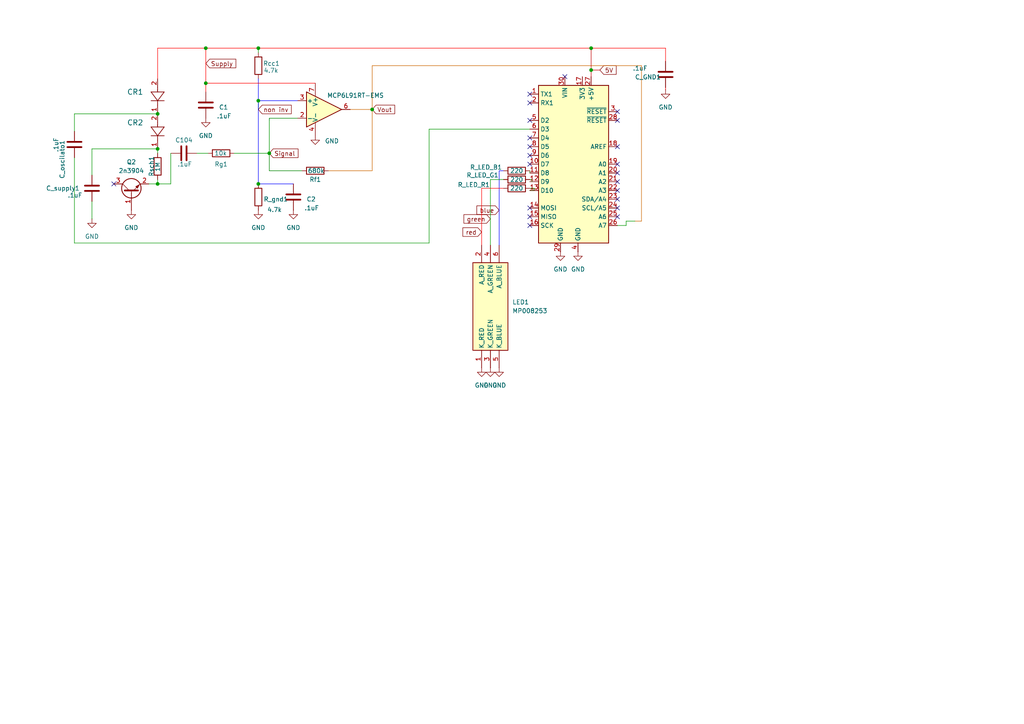
<source format=kicad_sch>
(kicad_sch (version 20231120) (generator "eeschema") (generator_version "8.0")
  (paper "A4")
  (lib_symbols
    (symbol "Amplifier_Operational:MCP6L91RT-EMS" (pin_names (offset 0.127))
      (property "Reference" "U" (at 0 6.35 0))
      (property "Value" "MCP6L91RT-EMS" (at 0 3.81 0))
      (symbol "MCP6L91RT-EMS_0_1"
        (polyline (pts (xy -5.08 5.08) (xy 5.08 0) (xy -5.08 -5.08) (xy -5.08 5.08)) (stroke (width 0.254)) (fill (type background)))
      )
      (symbol "MCP6L91RT-EMS_1_1"
        (pin no_connect line (at -2.54 2.54 270) (length 2.54) hide (name "NC") (number "1"))
        (pin input line (at -7.62 -2.54 0) (length 2.54) (name "-") (number "2"))
        (pin input line (at -7.62 2.54 0) (length 2.54) (name "+") (number "3"))
        (pin power_in line (at -2.54 -7.62 90) (length 3.81) (name "V-") (number "4"))
        (pin no_connect line (at 0 2.54 270) (length 2.54) hide (name "NC") (number "5"))
        (pin output line (at 7.62 0 180) (length 2.54) (name "~") (number "6"))
        (pin power_in line (at -2.54 7.62 270) (length 3.81) (name "V+") (number "7"))
        (pin no_connect line (at 0 -2.54 90) (length 2.54) hide (name "NC") (number "8"))
      )
    )
    (symbol "Device:C" (pin_numbers hide) (pin_names (offset 0.254))
      (property "Reference" "C" (at 0.635 2.54 0))
      (property "Value" "C" (at 0.635 -2.54 0))
      (symbol "C_0_1"
        (polyline (pts (xy -2.032 -0.762) (xy 2.032 -0.762)) (stroke (width 0.508)))
        (polyline (pts (xy -2.032 0.762) (xy 2.032 0.762)) (stroke (width 0.508)))
      )
      (symbol "C_1_1"
        (pin passive line (at 0 3.81 270) (length 2.794) (name "~") (number "1"))
        (pin passive line (at 0 -3.81 90) (length 2.794) (name "~") (number "2"))
      )
    )
    (symbol "Device:R" (pin_numbers hide) (pin_names (offset 0))
      (property "Reference" "R" (at 2.032 0 90))
      (property "Value" "R" (at 0 0 90))
      (symbol "R_0_1"
        (rectangle (start -1.016 -2.54) (end 1.016 2.54) (stroke (width 0.254)))
      )
      (symbol "R_1_1"
        (pin passive line (at 0 3.81 270) (length 1.27) (name "~") (number "1"))
        (pin passive line (at 0 -3.81 90) (length 1.27) (name "~") (number "2"))
      )
    )
    (symbol "MBRS1100T3G:MBRS1100T3G" (pin_names (offset 0.254))
      (property "Reference" "CR" (at 5.08 4.445 0))
      (property "Value" "MBRS1100T3G" (at 5.08 -3.81 0))
      (symbol "MBRS1100T3G_1_1"
        (polyline (pts (xy 2.54 0) (xy 3.4798 0)) (stroke (width 0.2032)))
        (polyline (pts (xy 3.175 0) (xy 3.81 0)) (stroke (width 0.2032)))
        (polyline (pts (xy 3.81 -1.905) (xy 6.35 0)) (stroke (width 0.2032)))
        (polyline (pts (xy 3.81 1.905) (xy 3.81 -1.905)) (stroke (width 0.2032)))
        (polyline (pts (xy 6.35 -1.905) (xy 6.35 1.905)) (stroke (width 0.2032)))
        (polyline (pts (xy 6.35 0) (xy 3.81 1.905)) (stroke (width 0.2032)))
        (polyline (pts (xy 6.35 0) (xy 7.62 0)) (stroke (width 0.2032)))
        (pin unspecified line (at 10.16 0 180) (length 2.54) (name "") (number "1"))
        (pin unspecified line (at 0 0 0) (length 2.54) (name "") (number "2"))
      )
      (symbol "MBRS1100T3G_1_2"
        (polyline (pts (xy -1.905 3.81) (xy 1.905 3.81)) (stroke (width 0.2032)))
        (polyline (pts (xy 0 2.54) (xy 0 3.4798)) (stroke (width 0.2032)))
        (polyline (pts (xy 0 3.175) (xy 0 3.81)) (stroke (width 0.2032)))
        (polyline (pts (xy 0 6.35) (xy -1.905 3.81)) (stroke (width 0.2032)))
        (polyline (pts (xy 0 6.35) (xy 0 7.62)) (stroke (width 0.2032)))
        (polyline (pts (xy 1.905 3.81) (xy 0 6.35)) (stroke (width 0.2032)))
        (polyline (pts (xy 1.905 6.35) (xy -1.905 6.35)) (stroke (width 0.2032)))
        (pin unspecified line (at 0 10.16 270) (length 2.54) (name "") (number "1"))
        (pin unspecified line (at 0 0 90) (length 2.54) (name "") (number "2"))
      )
    )
    (symbol "MCU_Module:Arduino_Nano_Every"
      (property "Reference" "A1" (at -0.3459 -27.94 0))
      (property "Value" "Arduino_Nano_Every" (at -0.3459 -25.4 0))
      (symbol "Arduino_Nano_Every_0_1"
        (rectangle (start -10.16 22.86) (end 10.16 -22.86) (stroke (width 0.254)) (fill (type background)))
      )
      (symbol "Arduino_Nano_Every_1_1"
        (pin bidirectional line (at -12.7 20.32 0) (length 2.54) (name "TX1") (number "1"))
        (pin bidirectional line (at -12.7 0 0) (length 2.54) (name "D7") (number "10"))
        (pin bidirectional line (at -12.7 -2.54 0) (length 2.54) (name "D8") (number "11"))
        (pin bidirectional line (at -12.7 -5.08 0) (length 2.54) (name "D9") (number "12"))
        (pin bidirectional line (at -12.7 -7.62 0) (length 2.54) (name "D10") (number "13"))
        (pin bidirectional line (at -12.7 -12.7 0) (length 2.54) (name "MOSI") (number "14"))
        (pin bidirectional line (at -12.7 -15.24 0) (length 2.54) (name "MISO") (number "15"))
        (pin bidirectional line (at -12.7 -17.78 0) (length 2.54) (name "SCK") (number "16"))
        (pin power_out line (at 2.54 25.4 270) (length 2.54) (name "3V3") (number "17"))
        (pin input line (at 12.7 5.08 180) (length 2.54) (name "AREF") (number "18"))
        (pin bidirectional line (at 12.7 0 180) (length 2.54) (name "A0") (number "19"))
        (pin bidirectional line (at -12.7 17.78 0) (length 2.54) (name "RX1") (number "2"))
        (pin bidirectional line (at 12.7 -2.54 180) (length 2.54) (name "A1") (number "20"))
        (pin bidirectional line (at 12.7 -5.08 180) (length 2.54) (name "A2") (number "21"))
        (pin bidirectional line (at 12.7 -7.62 180) (length 2.54) (name "A3") (number "22"))
        (pin bidirectional line (at 12.7 -10.16 180) (length 2.54) (name "SDA/A4") (number "23"))
        (pin bidirectional line (at 12.7 -12.7 180) (length 2.54) (name "SCL/A5") (number "24"))
        (pin bidirectional line (at 12.7 -15.24 180) (length 2.54) (name "A6") (number "25"))
        (pin bidirectional line (at 12.7 -17.78 180) (length 2.54) (name "A7") (number "26"))
        (pin power_out line (at 5.08 25.4 270) (length 2.54) (name "+5V") (number "27"))
        (pin input line (at 12.7 12.7 180) (length 2.54) (name "~{RESET}") (number "28"))
        (pin passive line (at -3.81 -25.4 90) (length 2.54) (name "GND") (number "29"))
        (pin input line (at 12.7 15.24 180) (length 2.54) (name "~{RESET}") (number "3"))
        (pin power_in line (at -2.54 25.4 270) (length 2.54) (name "VIN") (number "30"))
        (pin power_in line (at 1.27 -25.4 90) (length 2.54) (name "GND") (number "4"))
        (pin bidirectional line (at -12.7 12.7 0) (length 2.54) (name "D2") (number "5"))
        (pin bidirectional line (at -12.7 10.16 0) (length 2.54) (name "D3") (number "6"))
        (pin bidirectional line (at -12.7 7.62 0) (length 2.54) (name "D4") (number "7"))
        (pin bidirectional line (at -12.7 5.08 0) (length 2.54) (name "D5") (number "8"))
        (pin bidirectional line (at -12.7 2.54 0) (length 2.54) (name "D6") (number "9"))
      )
    )
    (symbol "MP008253:MP008253"
      (property "Reference" "LED" (at 31.75 7.62 0))
      (property "Value" "MP008253" (at 31.75 5.08 0))
      (symbol "MP008253_1_1"
        (rectangle (start 5.08 2.54) (end 30.48 -7.62) (stroke (width 0.254)) (fill (type background)))
        (pin passive line (at 0 0 0) (length 5.08) (name "K_RED") (number "1"))
        (pin passive line (at 35.56 0 180) (length 5.08) (name "A_RED") (number "2"))
        (pin passive line (at 0 -2.54 0) (length 5.08) (name "K_GREEN") (number "3"))
        (pin passive line (at 35.56 -2.54 180) (length 5.08) (name "A_GREEN") (number "4"))
        (pin passive line (at 0 -5.08 0) (length 5.08) (name "K_BLUE") (number "5"))
        (pin passive line (at 35.56 -5.08 180) (length 5.08) (name "A_BLUE") (number "6"))
      )
    )
    (symbol "Transistor_BJT:MMBTA44" (pin_names (offset 0) hide)
      (property "Reference" "Q" (at 5.08 1.905 0))
      (property "Value" "MMBTA44" (at 5.08 0 0))
      (symbol "MMBTA44_0_1"
        (polyline (pts (xy 0 0) (xy 0.635 0)))
        (polyline (pts (xy 0.635 0.635) (xy 2.54 2.54)))
        (polyline (pts (xy 0.635 -0.635) (xy 2.54 -2.54) (xy 2.54 -2.54)))
        (polyline (pts (xy 0.635 1.905) (xy 0.635 -1.905) (xy 0.635 -1.905)) (stroke (width 0.508)))
        (polyline (pts (xy 1.27 -1.778) (xy 1.778 -1.27) (xy 2.286 -2.286) (xy 1.27 -1.778) (xy 1.27 -1.778)) (fill (type outline)))
        (circle (center 1.27 0) (radius 2.8194) (stroke (width 0.254)))
      )
      (symbol "MMBTA44_1_1"
        (pin input line (at -5.08 0 0) (length 5.08) (name "B") (number "1"))
        (pin passive line (at 2.54 -5.08 90) (length 2.54) (name "E") (number "2"))
        (pin passive line (at 2.54 5.08 270) (length 2.54) (name "C") (number "3"))
      )
    )
    (symbol "power:GND" (power) (pin_numbers hide) (pin_names (offset 0) hide)
      (property "Value" "GND" (at 0 -3.81 0))
      (symbol "GND_0_1"
        (polyline (pts (xy 0 0) (xy 0 -1.27) (xy 1.27 -1.27) (xy 0 -2.54) (xy -1.27 -1.27) (xy 0 -1.27)))
      )
      (symbol "GND_1_1"
        (pin power_in line (at 0 0 270) (length 0) (name "~") (number "1"))
      )
    )
  )
  (junction (at 45.72 33.02))
  (junction (at 107.95 31.75))
  (junction (at 45.72 43.18))
  (junction (at 171.45 20.32))
  (junction (at 59.69 24.13))
  (junction (at 45.72 53.34))
  (junction (at 74.93 53.34))
  (junction (at 171.45 13.97))
  (junction (at 74.93 13.97))
  (junction (at 59.69 13.97))
  (junction (at 74.93 29.21))
  (junction (at 78.105 44.45))
  (no_connect (at 179.07 60.325))
  (no_connect (at 153.67 45.085))
  (no_connect (at 153.67 42.545))
  (no_connect (at 163.83 22.225))
  (no_connect (at 153.67 62.865))
  (no_connect (at 179.07 50.165))
  (no_connect (at 179.07 55.245))
  (no_connect (at 179.07 42.545))
  (no_connect (at 179.07 62.865))
  (no_connect (at 153.67 34.925))
  (no_connect (at 153.67 65.405))
  (no_connect (at 153.67 60.325))
  (no_connect (at 179.07 47.625))
  (no_connect (at 179.07 32.385))
  (no_connect (at 153.67 40.005))
  (no_connect (at 33.02 53.34))
  (no_connect (at 179.07 52.705))
  (no_connect (at 179.07 57.785))
  (no_connect (at 153.67 29.845))
  (no_connect (at 153.67 27.305))
  (no_connect (at 179.07 34.925))
  (no_connect (at 153.67 47.625))
  (wire (pts (xy 45.72 43.18) (xy 45.72 44.45)))
  (wire (pts (xy 78.105 44.45) (xy 78.105 49.53)) (stroke (width 0) (color 0 132 0 1)))
  (wire (pts (xy 74.93 13.97) (xy 74.93 15.24)))
  (wire (pts (xy 107.95 31.75) (xy 107.95 49.53)) (stroke (width 0) (color 204 102 0 1)))
  (wire (pts (xy 21.59 45.72) (xy 21.59 70.485)))
  (wire (pts (xy 193.04 13.97) (xy 171.45 13.97)) (stroke (width 0) (color 255 0 0 1)))
  (wire (pts (xy 171.45 20.32) (xy 171.45 22.225)) (stroke (width 0) (color 194 0 0 1)))
  (wire (pts (xy 193.04 17.78) (xy 193.04 13.97)) (stroke (width 0) (color 255 0 0 1)))
  (wire (pts (xy 26.67 43.18) (xy 45.72 43.18)))
  (wire (pts (xy 59.69 24.13) (xy 91.44 24.13)) (stroke (width 0) (color 255 0 0 1)))
  (wire (pts (xy 57.15 44.45) (xy 60.325 44.45)))
  (wire (pts (xy 74.93 29.21) (xy 74.93 31.75)))
  (wire (pts (xy 74.93 29.21) (xy 74.93 53.34)) (stroke (width 0) (color 0 0 255 1)))
  (wire (pts (xy 146.05 52.07) (xy 142.24 52.07)))
  (wire (pts (xy 124.46 37.465) (xy 153.67 37.465)))
  (wire (pts (xy 45.72 52.07) (xy 45.72 53.34)))
  (wire (pts (xy 74.93 29.21) (xy 86.36 29.21)) (stroke (width 0) (color 0 0 255 1)))
  (wire (pts (xy 153.67 52.705) (xy 154.305 52.705)))
  (wire (pts (xy 78.105 34.29) (xy 78.105 34.925)) (stroke (width 0) (color 0 0 194 1)))
  (wire (pts (xy 59.69 13.97) (xy 45.72 13.97)) (stroke (width 0) (color 255 0 0 1)))
  (wire (pts (xy 26.67 43.18) (xy 26.67 50.8)))
  (wire (pts (xy 124.46 70.485) (xy 21.59 70.485)))
  (wire (pts (xy 181.61 65.405) (xy 179.07 65.405)))
  (wire (pts (xy 154.305 52.07) (xy 153.67 52.07)))
  (wire (pts (xy 186.055 64.135) (xy 184.15 64.135)) (stroke (width 0) (color 204 102 0 1)))
  (wire (pts (xy 171.45 20.32) (xy 173.99 20.32)) (stroke (width 0) (color 194 0 0 1)))
  (wire (pts (xy 74.93 22.86) (xy 74.93 29.21)) (stroke (width 0) (color 0 0 255 1)))
  (wire (pts (xy 181.61 65.405) (xy 181.61 64.135)))
  (wire (pts (xy 74.93 13.97) (xy 59.69 13.97)) (stroke (width 0) (color 255 0 0 1)))
  (wire (pts (xy 78.105 34.29) (xy 78.105 44.45)))
  (wire (pts (xy 45.72 22.86) (xy 45.72 13.97)) (stroke (width 0) (color 255 0 0 1)))
  (wire (pts (xy 43.18 53.34) (xy 45.72 53.34)))
  (wire (pts (xy 171.45 13.97) (xy 171.45 20.32)) (stroke (width 0) (color 194 0 0 1)))
  (wire (pts (xy 193.04 25.4) (xy 193.04 26.035)) (stroke (width 0) (color 255 0 0 1)))
  (wire (pts (xy 153.67 55.245) (xy 154.94 55.245)))
  (wire (pts (xy 144.78 49.53) (xy 144.78 71.12)) (stroke (width 0) (color 0 0 255 1)))
  (wire (pts (xy 186.055 19.05) (xy 186.055 64.135)) (stroke (width 0) (color 204 102 0 1)))
  (wire (pts (xy 139.7 54.61) (xy 139.7 71.12)) (stroke (width 0) (color 255 0 0 1)))
  (wire (pts (xy 154.305 52.705) (xy 154.305 52.07)))
  (wire (pts (xy 78.105 49.53) (xy 87.63 49.53)) (stroke (width 0) (color 0 132 0 1)))
  (wire (pts (xy 154.94 55.245) (xy 154.94 54.61)))
  (wire (pts (xy 144.78 49.53) (xy 146.05 49.53)) (stroke (width 0) (color 0 0 255 1)))
  (wire (pts (xy 74.93 13.97) (xy 171.45 13.97)) (stroke (width 0) (color 255 0 0 1)))
  (wire (pts (xy 67.945 44.45) (xy 78.105 44.45)))
  (wire (pts (xy 59.69 24.13) (xy 59.69 26.67)) (stroke (width 0) (color 255 0 0 1)))
  (wire (pts (xy 74.93 53.34) (xy 85.09 53.34)) (stroke (width 0) (color 0 0 255 1)))
  (wire (pts (xy 86.36 34.29) (xy 78.105 34.29)) (stroke (width 0) (color 0 132 0 1)))
  (wire (pts (xy 142.24 52.07) (xy 142.24 71.12)))
  (wire (pts (xy 59.69 13.97) (xy 59.69 24.13)) (stroke (width 0) (color 255 0 0 1)))
  (wire (pts (xy 107.95 19.05) (xy 107.95 31.75)) (stroke (width 0) (color 204 102 0 1)))
  (wire (pts (xy 184.15 64.135) (xy 181.61 64.135)))
  (wire (pts (xy 153.67 50.165) (xy 153.67 49.53)))
  (wire (pts (xy 21.59 33.02) (xy 21.59 38.1)))
  (wire (pts (xy 107.95 49.53) (xy 95.25 49.53)) (stroke (width 0) (color 204 102 0 1)))
  (wire (pts (xy 101.6 31.75) (xy 107.95 31.75)) (stroke (width 0) (color 204 102 0 1)))
  (wire (pts (xy 45.72 53.34) (xy 49.53 53.34)))
  (wire (pts (xy 139.7 54.61) (xy 146.05 54.61)) (stroke (width 0) (color 255 0 0 1)))
  (wire (pts (xy 26.67 58.42) (xy 26.67 63.5)))
  (wire (pts (xy 154.94 54.61) (xy 153.67 54.61)))
  (wire (pts (xy 49.53 53.34) (xy 49.53 44.45)))
  (wire (pts (xy 21.59 33.02) (xy 45.72 33.02)))
  (wire (pts (xy 107.95 19.05) (xy 186.055 19.05)) (stroke (width 0) (color 204 102 0 1)))
  (wire (pts (xy 124.46 37.465) (xy 124.46 70.485)))
  (global_label "Signal" (shape input) (at 78.105 44.45 0) (property "Intersheetrefs" "${INTERSHEET_REFS}" (effects (hide yes))))
  (global_label "blue" (shape input) (at 144.78 60.96 180) (property "Intersheetrefs" "${INTERSHEET_REFS}" (effects (hide yes))))
  (global_label "Supply" (shape input) (at 59.69 18.415 0) (property "Intersheetrefs" "${INTERSHEET_REFS}" (effects (hide yes))))
  (global_label "red" (shape input) (at 139.7 67.31 180) (property "Intersheetrefs" "${INTERSHEET_REFS}" (effects (hide yes))))
  (global_label "Vout" (shape input) (at 107.95 31.75 0) (property "Intersheetrefs" "${INTERSHEET_REFS}" (effects (hide yes))))
  (global_label "non inv" (shape input) (at 74.93 31.75 0) (property "Intersheetrefs" "${INTERSHEET_REFS}" (effects (hide yes))))
  (global_label "5V" (shape input) (at 173.99 20.32 0) (property "Intersheetrefs" "${INTERSHEET_REFS}" (effects (hide yes))))
  (global_label "green" (shape input) (at 142.24 63.5 180) (property "Intersheetrefs" "${INTERSHEET_REFS}" (effects (hide yes))))
  (symbol (lib_id "Device:R") (at 149.86 54.61 270) (unit 1)
    (property "Reference" "R_LED_R1" (at 137.414 53.594 90))
    (property "Value" "220" (at 149.86 54.61 90))
    (property "Footprint" "Resistor_SMD:R_1206_3216Metric" (effects (hide yes)))
    (property "Description" "Resistor" (effects (hide yes)))
  )
  (symbol (lib_id "Device:C") (at 53.34 44.45 90) (unit 1)
    (property "Reference" "C104" (at 50.8 40.64 90) (effects (justify right)))
    (property "Value" ".1uF" (at 51.435 47.625 90) (effects (justify right)))
    (property "Footprint" "Capacitor_SMD:C_1206_3216Metric_Pad1.33x1.80mm_HandSolder" (effects (hide yes)))
    (property "Description" "Unpolarized capacitor" (effects (hide yes)))
  )
  (symbol (lib_id "Device:C") (at 193.04 21.59 180) (unit 1)
    (property "Reference" "C_GND1" (at 184.15 22.352 0) (effects (justify right)))
    (property "Value" ".1uF" (at 183.515 19.812 0) (effects (justify right)))
    (property "Footprint" "Capacitor_SMD:C_1206_3216Metric_Pad1.33x1.80mm_HandSolder" (effects (hide yes)))
    (property "Description" "Unpolarized capacitor" (effects (hide yes)))
  )
  (symbol (lib_id "power:GND") (at 59.69 34.29 0) (unit 1)
    (property "Reference" "#PWR011" (effects (hide yes)))
    (property "Value" "GND" (at 59.69 39.37 0))
    (property "Description" "Power symbol creates a global label with name \"GND\" , ground" (effects (hide yes)))
  )
  (symbol (lib_id "Device:R") (at 91.44 49.53 90) (unit 1)
    (property "Reference" "Rf1" (at 91.44 52.07 90))
    (property "Value" "680k" (at 91.694 49.53 90))
    (property "Footprint" "Resistor_SMD:R_1206_3216Metric" (effects (hide yes)))
    (property "Description" "Resistor" (effects (hide yes)))
  )
  (symbol (lib_id "Device:R") (at 149.86 52.07 270) (unit 1)
    (property "Reference" "R_LED_G1" (at 139.954 50.8 90))
    (property "Value" "220" (at 149.86 52.07 90))
    (property "Footprint" "Resistor_SMD:R_1206_3216Metric" (effects (hide yes)))
    (property "Description" "Resistor" (effects (hide yes)))
  )
  (symbol (lib_id "power:GND") (at 26.67 63.5 0) (unit 1)
    (property "Reference" "#PWR03" (effects (hide yes)))
    (property "Value" "GND" (at 26.67 68.58 0))
    (property "Description" "Power symbol creates a global label with name \"GND\" , ground" (effects (hide yes)))
  )
  (symbol (lib_id "Device:R") (at 149.86 49.53 270) (unit 1)
    (property "Reference" "R_LED_B1" (at 140.97 48.514 90))
    (property "Value" "220" (at 149.86 49.53 90))
    (property "Footprint" "Resistor_SMD:R_1206_3216Metric" (effects (hide yes)))
    (property "Description" "Resistor" (effects (hide yes)))
  )
  (symbol (lib_id "MCU_Module:Arduino_Nano_Every") (at 166.37 47.625 0) (unit 1)
    (property "Reference" "A1" (effects (hide yes)))
    (property "Value" "Arduino_Nano_Every" (effects (hide yes)))
    (property "Footprint" "Module:Arduino_Nano" (effects (hide yes)))
    (property "Datasheet" "https://content.arduino.cc/assets/NANOEveryV3.0_sch.pdf" (effects (hide yes)))
    (property "Description" "Arduino Nano Every" (effects (hide yes)))
  )
  (symbol (lib_id "Device:R") (at 74.93 19.05 0) (unit 1)
    (property "Reference" "Rcc1" (at 78.74 18.415 0))
    (property "Value" "4.7k" (at 78.613 20.447 0))
    (property "Footprint" "Resistor_SMD:R_1206_3216Metric" (effects (hide yes)))
    (property "Description" "Resistor" (effects (hide yes)))
  )
  (symbol (lib_id "Device:C") (at 85.09 57.15 0) (mirror y) (unit 1)
    (property "Reference" "C2" (at 88.9 57.785 0) (effects (justify right)))
    (property "Value" ".1uF" (at 88.265 60.325 0) (effects (justify right)))
    (property "Footprint" "Capacitor_SMD:C_1206_3216Metric_Pad1.33x1.80mm_HandSolder" (effects (hide yes)))
    (property "Description" "Unpolarized capacitor" (effects (hide yes)))
  )
  (symbol (lib_id "power:GND") (at 85.09 60.96 0) (unit 1)
    (property "Reference" "#PWR012" (effects (hide yes)))
    (property "Value" "GND" (at 85.09 66.04 0))
    (property "Description" "Power symbol creates a global label with name \"GND\" , ground" (effects (hide yes)))
  )
  (symbol (lib_id "Device:C") (at 21.59 41.91 0) (unit 1)
    (property "Reference" "C_oscilato1" (at 18.034 40.64 90) (effects (justify right)))
    (property "Value" ".1uF" (at 16.256 39.878 90) (effects (justify right)))
    (property "Footprint" "Capacitor_SMD:C_1206_3216Metric_Pad1.33x1.80mm_HandSolder" (effects (hide yes)))
    (property "Description" "Unpolarized capacitor" (effects (hide yes)))
  )
  (symbol (lib_id "Device:R") (at 64.135 44.45 90) (unit 1)
    (property "Reference" "Rg1" (at 64.135 47.625 90))
    (property "Value" "10k" (at 64.008 44.45 90))
    (property "Footprint" "Resistor_SMD:R_1206_3216Metric" (effects (hide yes)))
    (property "Description" "Resistor" (effects (hide yes)))
  )
  (symbol (lib_id "MP008253:MP008253") (at 139.7 106.68 90) (unit 1)
    (property "Reference" "LED1" (at 148.59 87.6299 90) (effects (justify right)))
    (property "Value" "MP008253" (at 148.59 90.1699 90) (effects (justify right)))
    (property "Footprint" "MP008253:MP008253" (effects (hide yes)))
    (property "Description" "Chip LED, RGB, 5mm x 5mm, 120, 6-Pin, Surface Mount" (effects (hide yes)))
    (property "Height" "1.7" (effects (hide yes)))
    (property "Manufacturer_Name" "Multicomp Pro" (effects (hide yes)))
    (property "Manufacturer_Part_Number" "MP008253" (effects (hide yes)))
  )
  (symbol (lib_id "power:GND") (at 91.44 39.37 0) (unit 1)
    (property "Reference" "#PWR05" (effects (hide yes)))
    (property "Value" "GND" (at 96.266 40.894 0))
    (property "Description" "Power symbol creates a global label with name \"GND\" , ground" (effects (hide yes)))
  )
  (symbol (lib_id "power:GND") (at 74.93 60.96 0) (unit 1)
    (property "Reference" "#PWR04" (effects (hide yes)))
    (property "Value" "GND" (at 74.93 66.04 0))
    (property "Description" "Power symbol creates a global label with name \"GND\" , ground" (effects (hide yes)))
  )
  (symbol (lib_id "power:GND") (at 38.1 60.96 0) (unit 1)
    (property "Reference" "#PWR08" (effects (hide yes)))
    (property "Value" "GND" (at 38.1 66.04 0))
    (property "Description" "Power symbol creates a global label with name \"GND\" , ground" (effects (hide yes)))
  )
  (symbol (lib_id "Device:C") (at 59.69 30.48 0) (mirror y) (unit 1)
    (property "Reference" "C1" (at 63.5 31.115 0) (effects (justify right)))
    (property "Value" ".1uF" (at 62.865 33.655 0) (effects (justify right)))
    (property "Footprint" "Capacitor_SMD:C_1206_3216Metric_Pad1.33x1.80mm_HandSolder" (effects (hide yes)))
    (property "Description" "Unpolarized capacitor" (effects (hide yes)))
  )
  (symbol (lib_id "Amplifier_Operational:MCP6L91RT-EMS") (at 93.98 31.75 0) (unit 1)
    (property "Reference" "8_pin_op_amp1" (effects (hide yes)))
    (property "Value" "MCP6L91RT-EMS" (at 103.124 27.686 0))
    (property "Footprint" "op_amp_MCP6291-E/MS:MSOP8_MC_MCH" (effects (hide yes)))
    (property "Datasheet" "http://ww1.microchip.com/downloads/en/DeviceDoc/22141b.pdf" (effects (hide yes)))
    (property "Description" "10 MHz, 850 µA Op Amps, MSOP-8" (effects (hide yes)))
  )
  (symbol (lib_id "Device:R") (at 74.93 57.15 0) (unit 1)
    (property "Reference" "R_gnd1" (at 80.01 57.785 0))
    (property "Value" "4.7k" (at 79.629 60.833 0))
    (property "Footprint" "Resistor_SMD:R_1206_3216Metric" (effects (hide yes)))
    (property "Description" "Resistor" (effects (hide yes)))
  )
  (symbol (lib_id "power:GND") (at 144.78 106.68 0) (unit 1)
    (property "Reference" "#PWR010" (effects (hide yes)))
    (property "Value" "GND" (at 144.78 111.76 0))
    (property "Description" "Power symbol creates a global label with name \"GND\" , ground" (effects (hide yes)))
  )
  (symbol (lib_id "power:GND") (at 142.24 106.68 0) (unit 1)
    (property "Reference" "#PWR09" (effects (hide yes)))
    (property "Value" "GND" (at 142.24 111.76 0))
    (property "Description" "Power symbol creates a global label with name \"GND\" , ground" (effects (hide yes)))
  )
  (symbol (lib_id "MBRS1100T3G:MBRS1100T3G") (at 45.72 33.02 270) (unit 1)
    (property "Reference" "CR2" (at 36.83 35.56 90) (effects (font (size 1.524 1.524)) (justify left)))
    (property "Value" "MBRS1100T3G" (effects (hide yes)))
    (property "Footprint" "MBRS1100T3G:SMB_403A-03_ONS" (effects (hide yes)))
    (property "Datasheet" "MBRS1100T3G" (effects (hide yes)))
  )
  (symbol (lib_id "power:GND") (at 193.04 26.035 0) (unit 1)
    (property "Reference" "#PWR01" (effects (hide yes)))
    (property "Value" "GND" (at 193.04 31.115 0))
    (property "Description" "Power symbol creates a global label with name \"GND\" , ground" (effects (hide yes)))
  )
  (symbol (lib_id "Device:R") (at 45.72 48.26 180) (unit 1)
    (property "Reference" "Rsch1" (at 43.942 48.26 90))
    (property "Value" "1M" (at 45.72 48.387 90))
    (property "Footprint" "Resistor_SMD:R_1206_3216Metric" (effects (hide yes)))
    (property "Description" "Resistor" (effects (hide yes)))
  )
  (symbol (lib_id "power:GND") (at 139.7 106.68 0) (unit 1)
    (property "Reference" "#PWR07" (effects (hide yes)))
    (property "Value" "GND" (at 139.7 111.76 0))
    (property "Description" "Power symbol creates a global label with name \"GND\" , ground" (effects (hide yes)))
  )
  (symbol (lib_id "power:GND") (at 167.64 73.025 0) (unit 1)
    (property "Reference" "#PWR06" (effects (hide yes)))
    (property "Value" "GND" (at 167.64 78.105 0))
    (property "Description" "Power symbol creates a global label with name \"GND\" , ground" (effects (hide yes)))
  )
  (symbol (lib_id "Device:C") (at 26.67 54.61 0) (unit 1)
    (property "Reference" "C_supply1" (at 23.114 54.61 0) (effects (justify right)))
    (property "Value" ".1uF" (at 23.876 56.642 0) (effects (justify right)))
    (property "Footprint" "Capacitor_SMD:C_1206_3216Metric_Pad1.33x1.80mm_HandSolder" (effects (hide yes)))
    (property "Description" "Unpolarized capacitor" (effects (hide yes)))
  )
  (symbol (lib_id "Transistor_BJT:MMBTA44") (at 38.1 55.88 90) (unit 1)
    (property "Reference" "Q2" (at 38.1 46.99 90))
    (property "Value" "2n3904" (at 38.1 49.53 90))
    (property "Footprint" "Package_TO_SOT_SMD:SOT-23" (effects (hide yes)))
    (property "Datasheet" "https://diotec.com/request/datasheet/mmbta42.pdf" (effects (hide yes)))
    (property "Description" "0.3A Ic, 400V Vce, NPN High Voltage Transistor, SOT-23" (effects (hide yes)))
  )
  (symbol (lib_id "power:GND") (at 162.56 73.025 0) (unit 1)
    (property "Reference" "#PWR02" (effects (hide yes)))
    (property "Value" "GND" (at 162.56 78.105 0))
    (property "Description" "Power symbol creates a global label with name \"GND\" , ground" (effects (hide yes)))
  )
  (symbol (lib_id "MBRS1100T3G:MBRS1100T3G") (at 45.72 22.86 270) (unit 1)
    (property "Reference" "CR1" (at 36.83 26.67 90) (effects (font (size 1.524 1.524)) (justify left)))
    (property "Value" "MBRS1100T3G" (effects (hide yes)))
    (property "Footprint" "MBRS1100T3G:SMB_403A-03_ONS" (effects (hide yes)))
    (property "Datasheet" "MBRS1100T3G" (effects (hide yes)))
  )
)
</source>
